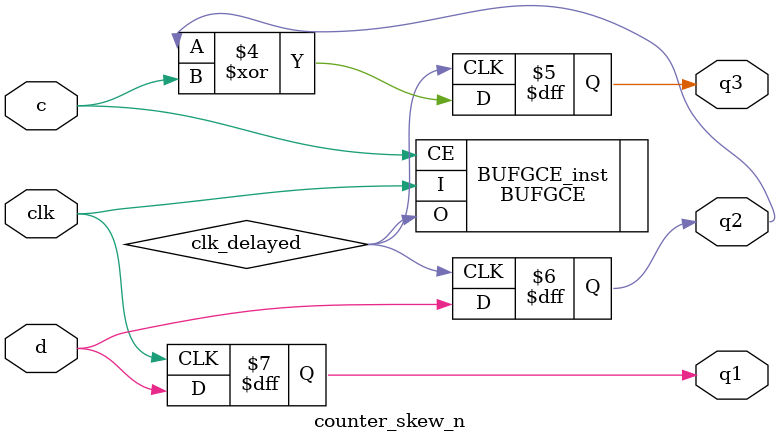
<source format=v>
`timescale 1ns/1ps


module counter_skew_n(
	input clk,
	input d,
	input c,
	output reg q1,
	output reg q2,
	output reg q3
    );

    // Goal : for delay through a LUT (instead of global clock routing)
    wire clk_delayed;
    //assign clk_delayed = clk & c; // LUT will be inserted

    always @(posedge clk) q1 <= d; // flip-flop driven by direct clock

    // Flip-flops driven by "fabric-routed clock"
    // //potential risk of skew: depending of placement,
    // there's no guarantee that the "clk_delayed" signal will reach flip flop
    // q2 and q3 at the same time
    always @(posedge clk_delayed) q2 <= d;
    always @(posedge clk_delayed) q3 <= q2 ^ c;

    BUFGCE BUFGCE_inst (
	.O(clk_delayed), // 1-bit output: clock output
	.CE(c),  // 1-bit input: clock enable input for IO
	.I(clk) // 1-bit input : Primary clock
     );

endmodule

	

</source>
